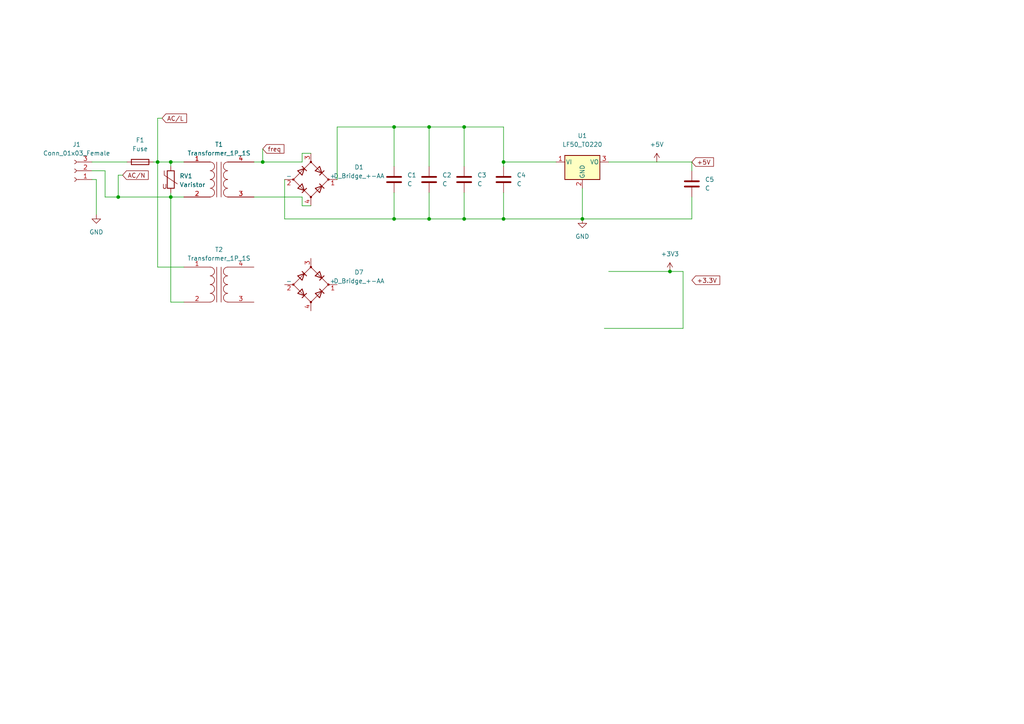
<source format=kicad_sch>
(kicad_sch (version 20231120) (generator "eeschema") (generator_version "8.0")
  (paper "A4")
  (lib_symbols
    (symbol "Connector:Conn_01x03_Female" (pin_names (offset 1.016) hide)
      (property "Reference" "J" (at 0 5.08 0))
      (property "Value" "Conn_01x03_Female" (at 0 -5.08 0))
      (symbol "Conn_01x03_Female_1_1"
        (arc (start 0 -2.032) (mid -0.5058 -2.54) (end 0 -3.048) (stroke (width 0.1524)))
        (polyline (pts (xy -1.27 -2.54) (xy -0.508 -2.54)) (stroke (width 0.1524)))
        (polyline (pts (xy -1.27 0) (xy -0.508 0)) (stroke (width 0.1524)))
        (polyline (pts (xy -1.27 2.54) (xy -0.508 2.54)) (stroke (width 0.1524)))
        (arc (start 0 0.508) (mid -0.5058 0) (end 0 -0.508) (stroke (width 0.1524)))
        (arc (start 0 3.048) (mid -0.5058 2.54) (end 0 2.032) (stroke (width 0.1524)))
        (pin passive line (at -5.08 2.54 0) (length 3.81) (name "Pin_1") (number "1"))
        (pin passive line (at -5.08 0 0) (length 3.81) (name "Pin_2") (number "2"))
        (pin passive line (at -5.08 -2.54 0) (length 3.81) (name "Pin_3") (number "3"))
      )
    )
    (symbol "Device:C" (pin_numbers hide) (pin_names (offset 0.254))
      (property "Reference" "C" (at 0.635 2.54 0))
      (property "Value" "C" (at 0.635 -2.54 0))
      (symbol "C_0_1"
        (polyline (pts (xy -2.032 -0.762) (xy 2.032 -0.762)) (stroke (width 0.508)))
        (polyline (pts (xy -2.032 0.762) (xy 2.032 0.762)) (stroke (width 0.508)))
      )
      (symbol "C_1_1"
        (pin passive line (at 0 3.81 270) (length 2.794) (name "~") (number "1"))
        (pin passive line (at 0 -3.81 90) (length 2.794) (name "~") (number "2"))
      )
    )
    (symbol "Device:D_Bridge_+-AA" (pin_names (offset 0))
      (property "Reference" "D" (at 2.54 6.985 0))
      (property "Value" "D_Bridge_+-AA" (at 2.54 5.08 0))
      (symbol "D_Bridge_+-AA_0_1"
        (circle (center -5.08 0) (radius 0.254) (fill (type outline)))
        (circle (center 0 -5.08) (radius 0.254) (fill (type outline)))
        (polyline (pts (xy -2.54 3.81) (xy -1.27 2.54)) (stroke (width 0.254)))
        (polyline (pts (xy -1.27 -2.54) (xy -2.54 -3.81)) (stroke (width 0.254)))
        (polyline (pts (xy 2.54 -1.27) (xy 3.81 -2.54)) (stroke (width 0.254)))
        (polyline (pts (xy 2.54 1.27) (xy 3.81 2.54)) (stroke (width 0.254)))
        (polyline (pts (xy -3.81 2.54) (xy -2.54 1.27) (xy -1.905 3.175) (xy -3.81 2.54)) (stroke (width 0.254)))
        (polyline (pts (xy -2.54 -1.27) (xy -3.81 -2.54) (xy -1.905 -3.175) (xy -2.54 -1.27)) (stroke (width 0.254)))
        (polyline (pts (xy 1.27 2.54) (xy 2.54 3.81) (xy 3.175 1.905) (xy 1.27 2.54)) (stroke (width 0.254)))
        (polyline (pts (xy 3.175 -1.905) (xy 1.27 -2.54) (xy 2.54 -3.81) (xy 3.175 -1.905)) (stroke (width 0.254)))
        (polyline (pts (xy -5.08 0) (xy 0 -5.08) (xy 5.08 0) (xy 0 5.08) (xy -5.08 0)))
        (circle (center 0 5.08) (radius 0.254) (fill (type outline)))
        (circle (center 5.08 0) (radius 0.254) (fill (type outline)))
      )
      (symbol "D_Bridge_+-AA_1_1"
        (pin passive line (at 7.62 0 180) (length 2.54) (name "+") (number "1"))
        (pin passive line (at -7.62 0 0) (length 2.54) (name "-") (number "2"))
        (pin passive line (at 0 7.62 270) (length 2.54) (name "~") (number "3"))
        (pin passive line (at 0 -7.62 90) (length 2.54) (name "~") (number "4"))
      )
    )
    (symbol "Device:Fuse" (pin_numbers hide) (pin_names (offset 0))
      (property "Reference" "F" (at 2.032 0 90))
      (property "Value" "Fuse" (at -1.905 0 90))
      (symbol "Fuse_0_1"
        (rectangle (start -0.762 -2.54) (end 0.762 2.54) (stroke (width 0.254)))
        (polyline (pts (xy 0 2.54) (xy 0 -2.54)))
      )
      (symbol "Fuse_1_1"
        (pin passive line (at 0 3.81 270) (length 1.27) (name "~") (number "1"))
        (pin passive line (at 0 -3.81 90) (length 1.27) (name "~") (number "2"))
      )
    )
    (symbol "Device:Transformer_1P_1S" (pin_names (offset 1.016) hide)
      (property "Reference" "T" (at 0 6.35 0))
      (property "Value" "Transformer_1P_1S" (at 0 -7.62 0))
      (symbol "Transformer_1P_1S_0_1"
        (arc (start -2.54 -5.0546) (mid -1.6561 -4.6863) (end -1.27 -3.81))
        (arc (start -2.54 -2.5146) (mid -1.6561 -2.1463) (end -1.27 -1.27))
        (arc (start -2.54 0.0254) (mid -1.6561 0.3937) (end -1.27 1.27))
        (arc (start -2.54 2.5654) (mid -1.6561 2.9337) (end -1.27 3.81))
        (arc (start -1.27 -3.81) (mid -1.642 -2.912) (end -2.54 -2.54))
        (arc (start -1.27 -1.27) (mid -1.642 -0.372) (end -2.54 0))
        (arc (start -1.27 1.27) (mid -1.642 2.168) (end -2.54 2.54))
        (arc (start -1.27 3.81) (mid -1.642 4.708) (end -2.54 5.08))
        (polyline (pts (xy -0.635 5.08) (xy -0.635 -5.08)))
        (polyline (pts (xy 0.635 -5.08) (xy 0.635 5.08)))
        (arc (start 1.2954 -1.27) (mid 1.6599 -2.1501) (end 2.54 -2.5146))
        (arc (start 1.2954 1.27) (mid 1.6599 0.3899) (end 2.54 0.0254))
        (arc (start 1.2954 3.81) (mid 1.6599 2.9299) (end 2.54 2.5654))
        (arc (start 1.3208 -3.81) (mid 1.6853 -4.6901) (end 2.5654 -5.0546))
        (arc (start 2.54 0) (mid 1.6456 -0.3683) (end 1.2954 -1.27))
        (arc (start 2.54 2.54) (mid 1.6456 2.1717) (end 1.2954 1.27))
        (arc (start 2.54 5.08) (mid 1.6456 4.7117) (end 1.2954 3.81))
        (arc (start 2.5654 -2.54) (mid 1.671 -2.9083) (end 1.3208 -3.81))
      )
      (symbol "Transformer_1P_1S_1_1"
        (pin passive line (at -10.16 5.08 0) (length 7.62) (name "AA") (number "1"))
        (pin passive line (at -10.16 -5.08 0) (length 7.62) (name "AB") (number "2"))
        (pin passive line (at 10.16 -5.08 180) (length 7.62) (name "SA") (number "3"))
        (pin passive line (at 10.16 5.08 180) (length 7.62) (name "SB") (number "4"))
      )
    )
    (symbol "Device:Varistor" (pin_numbers hide) (pin_names (offset 0))
      (property "Reference" "RV" (at 3.175 0 90))
      (property "Value" "Varistor" (at -3.175 0 90))
      (symbol "Varistor_0_0"
        (text "U" (at -1.778 -2.032 0) (effects (font (size 1.27 1.27))))
      )
      (symbol "Varistor_0_1"
        (rectangle (start -1.016 -2.54) (end 1.016 2.54) (stroke (width 0.254)))
        (polyline (pts (xy -1.905 2.54) (xy -1.905 1.27) (xy 1.905 -1.27)))
      )
      (symbol "Varistor_1_1"
        (pin passive line (at 0 3.81 270) (length 1.27) (name "~") (number "1"))
        (pin passive line (at 0 -3.81 90) (length 1.27) (name "~") (number "2"))
      )
    )
    (symbol "Regulator_Linear:LF50_TO220" (pin_names (offset 0.254))
      (property "Reference" "U" (at -3.81 3.175 0))
      (property "Value" "LF50_TO220" (at 0 3.175 0))
      (symbol "LF50_TO220_0_1"
        (rectangle (start -5.08 1.905) (end 5.08 -5.08) (stroke (width 0.254)) (fill (type background)))
      )
      (symbol "LF50_TO220_1_1"
        (pin power_in line (at -7.62 0 0) (length 2.54) (name "VI") (number "1"))
        (pin power_in line (at 0 -7.62 90) (length 2.54) (name "GND") (number "2"))
        (pin power_out line (at 7.62 0 180) (length 2.54) (name "VO") (number "3"))
      )
    )
    (symbol "power:+3.3V" (power) (pin_names (offset 0))
      (property "Value" "+3.3V" (at 0 3.556 0))
      (symbol "+3.3V_0_1"
        (polyline (pts (xy -0.762 1.27) (xy 0 2.54)))
        (polyline (pts (xy 0 0) (xy 0 2.54)))
        (polyline (pts (xy 0 2.54) (xy 0.762 1.27)))
      )
      (symbol "+3.3V_1_1"
        (pin power_in line (at 0 0 90) (length 0) hide (name "+3V3") (number "1"))
      )
    )
    (symbol "power:+5V" (power) (pin_names (offset 0))
      (property "Value" "+5V" (at 0 3.556 0))
      (symbol "+5V_0_1"
        (polyline (pts (xy -0.762 1.27) (xy 0 2.54)))
        (polyline (pts (xy 0 0) (xy 0 2.54)))
        (polyline (pts (xy 0 2.54) (xy 0.762 1.27)))
      )
      (symbol "+5V_1_1"
        (pin power_in line (at 0 0 90) (length 0) hide (name "+5V") (number "1"))
      )
    )
    (symbol "power:GND" (power) (pin_names (offset 0))
      (property "Value" "GND" (at 0 -3.81 0))
      (symbol "GND_0_1"
        (polyline (pts (xy 0 0) (xy 0 -1.27) (xy 1.27 -1.27) (xy 0 -2.54) (xy -1.27 -1.27) (xy 0 -1.27)))
      )
      (symbol "GND_1_1"
        (pin power_in line (at 0 0 270) (length 0) hide (name "GND") (number "1"))
      )
    )
  )
  (junction (at 124.46 36.83))
  (junction (at 34.29 57.15))
  (junction (at 134.62 63.5))
  (junction (at 49.53 46.99))
  (junction (at 146.05 46.99))
  (junction (at 146.05 63.5))
  (junction (at 134.62 36.83))
  (junction (at 114.3 36.83))
  (junction (at 194.31 78.74))
  (junction (at 45.72 46.99))
  (junction (at 49.53 57.15))
  (junction (at 168.91 63.5))
  (junction (at 76.2 46.99))
  (junction (at 114.3 63.5))
  (junction (at 124.46 63.5))
  (wire (pts (xy 49.53 57.15) (xy 34.29 57.15)))
  (wire (pts (xy 198.12 78.74) (xy 198.12 95.25)))
  (wire (pts (xy 114.3 36.83) (xy 124.46 36.83)))
  (wire (pts (xy 134.62 36.83) (xy 134.62 48.26)))
  (wire (pts (xy 176.53 78.74) (xy 194.31 78.74)))
  (wire (pts (xy 45.72 77.47) (xy 53.34 77.47)))
  (wire (pts (xy 146.05 36.83) (xy 146.05 46.99)))
  (wire (pts (xy 45.72 46.99) (xy 45.72 77.47)))
  (wire (pts (xy 34.29 50.8) (xy 35.56 50.8)))
  (wire (pts (xy 114.3 63.5) (xy 124.46 63.5)))
  (wire (pts (xy 49.53 46.99) (xy 49.53 48.26)))
  (wire (pts (xy 49.53 87.63) (xy 53.34 87.63)))
  (wire (pts (xy 26.67 46.99) (xy 36.83 46.99)))
  (wire (pts (xy 49.53 55.88) (xy 49.53 57.15)))
  (wire (pts (xy 76.2 43.18) (xy 76.2 46.99)))
  (wire (pts (xy 30.48 57.15) (xy 30.48 49.53)))
  (wire (pts (xy 194.31 78.74) (xy 198.12 78.74)))
  (wire (pts (xy 124.46 55.88) (xy 124.46 63.5)))
  (wire (pts (xy 87.63 44.45) (xy 90.17 44.45)))
  (wire (pts (xy 76.2 46.99) (xy 87.63 46.99)))
  (wire (pts (xy 168.91 54.61) (xy 168.91 63.5)))
  (wire (pts (xy 82.55 52.07) (xy 82.55 63.5)))
  (wire (pts (xy 45.72 46.99) (xy 45.72 34.29)))
  (wire (pts (xy 45.72 34.29) (xy 46.99 34.29)))
  (wire (pts (xy 73.66 46.99) (xy 76.2 46.99)))
  (wire (pts (xy 34.29 57.15) (xy 34.29 50.8)))
  (wire (pts (xy 134.62 36.83) (xy 146.05 36.83)))
  (wire (pts (xy 87.63 59.69) (xy 90.17 59.69)))
  (wire (pts (xy 45.72 46.99) (xy 49.53 46.99)))
  (wire (pts (xy 97.79 36.83) (xy 97.79 52.07)))
  (wire (pts (xy 49.53 57.15) (xy 49.53 87.63)))
  (wire (pts (xy 146.05 63.5) (xy 146.05 55.88)))
  (wire (pts (xy 134.62 63.5) (xy 146.05 63.5)))
  (wire (pts (xy 97.79 36.83) (xy 114.3 36.83)))
  (wire (pts (xy 124.46 36.83) (xy 134.62 36.83)))
  (wire (pts (xy 49.53 57.15) (xy 53.34 57.15)))
  (wire (pts (xy 82.55 63.5) (xy 114.3 63.5)))
  (wire (pts (xy 73.66 57.15) (xy 87.63 57.15)))
  (wire (pts (xy 161.29 46.99) (xy 146.05 46.99)))
  (wire (pts (xy 27.94 52.07) (xy 27.94 62.23)))
  (wire (pts (xy 176.53 46.99) (xy 200.66 46.99)))
  (wire (pts (xy 124.46 63.5) (xy 134.62 63.5)))
  (wire (pts (xy 87.63 57.15) (xy 87.63 59.69)))
  (wire (pts (xy 87.63 46.99) (xy 87.63 44.45)))
  (wire (pts (xy 49.53 46.99) (xy 53.34 46.99)))
  (wire (pts (xy 114.3 63.5) (xy 114.3 55.88)))
  (wire (pts (xy 124.46 48.26) (xy 124.46 36.83)))
  (wire (pts (xy 114.3 48.26) (xy 114.3 36.83)))
  (wire (pts (xy 26.67 49.53) (xy 30.48 49.53)))
  (wire (pts (xy 168.91 63.5) (xy 200.66 63.5)))
  (wire (pts (xy 146.05 46.99) (xy 146.05 48.26)))
  (wire (pts (xy 200.66 46.99) (xy 200.66 49.53)))
  (wire (pts (xy 146.05 63.5) (xy 168.91 63.5)))
  (wire (pts (xy 26.67 52.07) (xy 27.94 52.07)))
  (wire (pts (xy 34.29 57.15) (xy 30.48 57.15)))
  (wire (pts (xy 175.26 95.25) (xy 198.12 95.25)))
  (wire (pts (xy 200.66 57.15) (xy 200.66 63.5)))
  (wire (pts (xy 44.45 46.99) (xy 45.72 46.99)))
  (wire (pts (xy 134.62 55.88) (xy 134.62 63.5)))
  (global_label "freq" (shape input) (at 76.2 43.18 0) (property "Intersheetrefs" "${INTERSHEET_REFS}" (effects (hide yes))))
  (global_label "+3.3V" (shape input) (at 200.66 81.28 0) (property "Intersheetrefs" "${INTERSHEET_REFS}" (effects (hide yes))) (property "Referenzen zwischen Schaltplänen" "${INTERSHEET_REFS}" (effects (hide yes))))
  (global_label "AC{slash}L" (shape input) (at 46.99 34.29 0) (property "Intersheetrefs" "${INTERSHEET_REFS}" (effects (hide yes))) (property "Referenzen zwischen Schaltplänen" "${INTERSHEET_REFS}" (effects (hide yes))))
  (global_label "AC{slash}N" (shape input) (at 35.56 50.8 0) (property "Intersheetrefs" "${INTERSHEET_REFS}" (effects (hide yes))) (property "Referenzen zwischen Schaltplänen" "${INTERSHEET_REFS}" (effects (hide yes))))
  (global_label "+5V" (shape input) (at 200.66 46.99 0) (property "Intersheetrefs" "${INTERSHEET_REFS}" (effects (hide yes))) (property "Referenzen zwischen Schaltplänen" "${INTERSHEET_REFS}" (effects (hide yes))))
  (symbol (lib_id "Regulator_Linear:LF50_TO220") (at 168.91 46.99 0) (unit 1)
    (property "Reference" "U1" (at 168.91 39.37 0))
    (property "Value" "LF50_TO220" (at 168.91 41.91 0))
    (property "Footprint" "Package_TO_SOT_THT:TO-220-3_Vertical" (effects (hide yes)))
    (property "Datasheet" "http://www.st.com/content/ccc/resource/technical/document/datasheet/c4/0e/7e/2a/be/bc/4c/bd/CD00000546.pdf/files/CD00000546.pdf/jcr:content/translations/en.CD00000546.pdf" (effects (hide yes)))
  )
  (symbol (lib_id "Device:C") (at 146.05 52.07 0) (unit 1)
    (property "Reference" "C4" (at 149.86 50.7999 0) (effects (justify left)))
    (property "Value" "C" (at 149.86 53.3399 0) (effects (justify left)))
    (property "Footprint" "Capacitor_THT:C_Rect_L10.3mm_W7.2mm_P7.50mm_MKS4" (effects (hide yes)))
  )
  (symbol (lib_id "Device:Fuse") (at 40.64 46.99 90) (unit 1)
    (property "Reference" "F1" (at 40.64 40.64 90))
    (property "Value" "Fuse" (at 40.64 43.18 90))
    (property "Footprint" "Fuse:Fuseholder_Littelfuse_445_030_series_5x25mm" (effects (hide yes)))
  )
  (symbol (lib_id "power:GND") (at 27.94 62.23 0) (unit 1)
    (property "Reference" "#PWR0101" (effects (hide yes)))
    (property "Value" "GND" (at 27.94 67.31 0))
  )
  (symbol (lib_id "power:GND") (at 168.91 63.5 0) (unit 1)
    (property "Reference" "#PWR0102" (effects (hide yes)))
    (property "Value" "GND" (at 168.91 68.58 0))
  )
  (symbol (lib_id "Device:C") (at 124.46 52.07 0) (unit 1)
    (property "Reference" "C2" (at 128.27 50.7999 0) (effects (justify left)))
    (property "Value" "C" (at 128.27 53.3399 0) (effects (justify left)))
    (property "Footprint" "Capacitor_THT:C_Rect_L10.3mm_W7.2mm_P7.50mm_MKS4" (effects (hide yes)))
  )
  (symbol (lib_id "Device:C") (at 114.3 52.07 0) (unit 1)
    (property "Reference" "C1" (at 118.11 50.7999 0) (effects (justify left)))
    (property "Value" "C" (at 118.11 53.3399 0) (effects (justify left)))
    (property "Footprint" "Capacitor_THT:C_Rect_L10.3mm_W7.2mm_P7.50mm_MKS4" (effects (hide yes)))
  )
  (symbol (lib_id "Device:Varistor") (at 49.53 52.07 0) (unit 1)
    (property "Reference" "RV1" (at 52.07 51.0531 0) (effects (justify left)))
    (property "Value" "Varistor" (at 52.07 53.5931 0) (effects (justify left)))
    (property "Footprint" "Varistor:RV_Disc_D7mm_W4.9mm_P5mm" (effects (hide yes)))
  )
  (symbol (lib_id "Device:Transformer_1P_1S") (at 63.5 82.55 0) (unit 1)
    (property "Reference" "T2" (at 63.5127 72.39 0))
    (property "Value" "Transformer_1P_1S" (at 63.5127 74.93 0))
    (property "Footprint" "Transformer_THT:Transformer_Breve_TEZ-22x24" (effects (hide yes)))
  )
  (symbol (lib_id "Device:C") (at 134.62 52.07 0) (unit 1)
    (property "Reference" "C3" (at 138.43 50.7999 0) (effects (justify left)))
    (property "Value" "C" (at 138.43 53.3399 0) (effects (justify left)))
    (property "Footprint" "Capacitor_THT:C_Rect_L10.3mm_W7.2mm_P7.50mm_MKS4" (effects (hide yes)))
  )
  (symbol (lib_id "Device:D_Bridge_+-AA") (at 90.17 52.07 0) (unit 1)
    (property "Reference" "D1" (at 104.14 48.4886 0))
    (property "Value" "D_Bridge_+-AA" (at 104.14 51.0286 0))
    (property "Footprint" "Diode_THT:Diode_Bridge_Vishay_KBPC6" (effects (hide yes)))
  )
  (symbol (lib_id "power:+5V") (at 190.5 46.99 0) (unit 1)
    (property "Reference" "#PWR0103" (effects (hide yes)))
    (property "Value" "+5V" (at 190.5 41.91 0))
  )
  (symbol (lib_id "Device:D_Bridge_+-AA") (at 90.17 82.55 0) (unit 1)
    (property "Reference" "D7" (at 104.14 78.9686 0))
    (property "Value" "D_Bridge_+-AA" (at 104.14 81.5086 0))
    (property "Footprint" "Diode_THT:Diode_Bridge_Vishay_KBPC6" (effects (hide yes)))
  )
  (symbol (lib_id "Device:C") (at 200.66 53.34 0) (unit 1)
    (property "Reference" "C5" (at 204.47 52.0699 0) (effects (justify left)))
    (property "Value" "C" (at 204.47 54.6099 0) (effects (justify left)))
    (property "Footprint" "Capacitor_THT:C_Rect_L10.3mm_W7.2mm_P7.50mm_MKS4" (effects (hide yes)))
  )
  (symbol (lib_id "power:+3.3V") (at 194.31 78.74 0) (unit 1)
    (property "Reference" "#PWR0104" (effects (hide yes)))
    (property "Value" "+3V3" (at 194.31 73.66 0))
  )
  (symbol (lib_id "Connector:Conn_01x03_Female") (at 21.59 49.53 180) (unit 1)
    (property "Reference" "J1" (at 22.225 41.91 0))
    (property "Value" "Conn_01x03_Female" (at 22.225 44.45 0))
    (property "Footprint" "TerminalBlock_Phoenix:TerminalBlock_Phoenix_MKDS-1,5-3-5.08_1x03_P5.08mm_Horizontal" (effects (hide yes)))
  )
  (symbol (lib_id "Device:Transformer_1P_1S") (at 63.5 52.07 0) (unit 1)
    (property "Reference" "T1" (at 63.5127 41.91 0))
    (property "Value" "Transformer_1P_1S" (at 63.5127 44.45 0))
    (property "Footprint" "Transformer_THT:Transformer_Breve_TEZ-22x24" (effects (hide yes)))
  )
)
</source>
